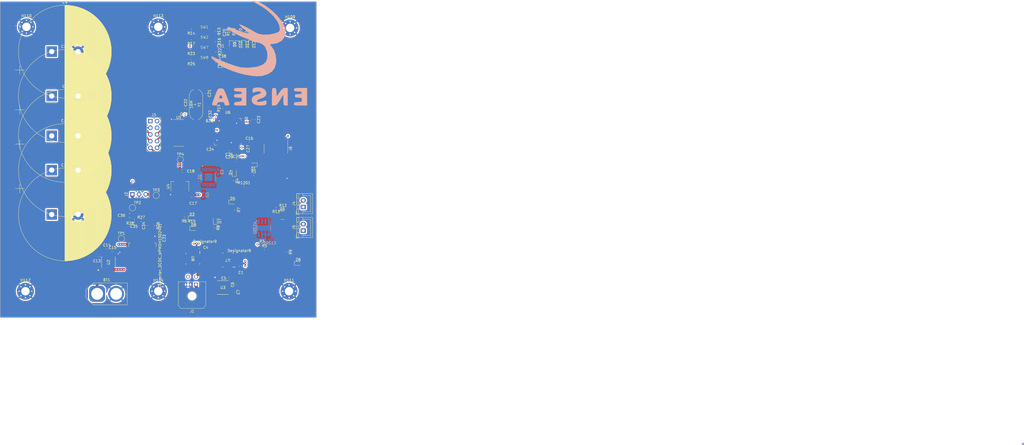
<source format=kicad_pcb>
(kicad_pcb (version 20240108) (generator "pcbnew") (generator_version "8.0")
  (layers (0 "F.Cu" signal) (1 "In1.Cu" signal) (2 "In2.Cu" signal) (31 "B.Cu" signal) (34 "B.Paste" user) (35 "F.Paste" user) (36 "B.SilkS" user "B.Silkscreen") (37 "F.SilkS" user "F.Silkscreen") (38 "B.Mask" user) (39 "F.Mask" user) (44 "Edge.Cuts" user))
  (net 0 "")
  (net 1 "+3.3V")
  (net 2 "GND")
  (net 3 "/Imes_mot")
  (net 4 "/Uref_mot")
  (net 5 "VBUS")
  (net 6 "/Imes_vbus")
  (net 7 "/Uref_vbus")
  (net 8 "/VBus_Sense")
  (net 9 "+5V")
  (net 10 "/MCU_STM32G475/USR_BTN_2")
  (net 11 "Net-(U6-PF0)")
  (net 12 "Net-(U6-PF1)")
  (net 13 "+3.3VA")
  (net 14 "/MCU_STM32G475/USR_BTN_1")
  (net 15 "/MCU_STM32G475/NRST")
  (net 16 "/MCU_STM32G475/USR_BTN_3")
  (net 17 "Net-(D1-K)")
  (net 18 "/In_A_H")
  (net 19 "Net-(D3-K)")
  (net 20 "Net-(D4-K)")
  (net 21 "/In_A_L")
  (net 22 "Net-(D5-K)")
  (net 23 "/In_B_H")
  (net 24 "Net-(D6-K)")
  (net 25 "/In_B_L")
  (net 26 "Net-(D7-K)")
  (net 27 "Net-(D8-K)")
  (net 28 "Net-(D9-K)")
  (net 29 "/MCU_STM32G475/USR_LED_1")
  (net 30 "/MCU_STM32G475/USR_LED_2")
  (net 31 "Net-(D10-K)")
  (net 32 "/MCU_STM32G475/USR_LED_3")
  (net 33 "Net-(D11-K)")
  (net 34 "Net-(D12-K)")
  (net 35 "/MCU_STM32G475/USR_LED_4")
  (net 36 "/ARM_OUT_A")
  (net 38 "/ARM_B")
  (net 39 "Net-(J4-Pin_2)")
  (net 42 "/MCU_STM32G475/SWO")
  (net 45 "/MCU_STM32G475/SWDIO")
  (net 46 "/MCU_STM32G475/VCP_TX")
  (net 47 "/MCU_STM32G475/VCP_RX")
  (net 48 "/MCU_STM32G475/SWCLK")
  (net 49 "Net-(Q5-G)")
  (net 50 "/PWM_FAN")
  (net 51 "Net-(U6-PB8)")
  (net 52 "Net-(U1201-VDD)")
  (net 53 "Net-(R13-Pad1)")
  (net 54 "Net-(R16-Pad1)")
  (net 55 "Net-(R22-Pad1)")
  (net 56 "Net-(R24-Pad1)")
  (net 57 "Net-(BT1-+)")
  (net 60 "/ENC_B")
  (net 61 "/ENC_C")
  (net 63 "/{slash}A")
  (net 64 "/{slash}Z")
  (net 65 "/{slash}B")
  (net 67 "/Z")
  (net 68 "/A")
  (net 69 "/ENC_A")
  (net 70 "/B")
  (net 78 "/Pwr_EN")
  (net 82 "/I2C_SCL")
  (net 94 "/I2C_SDA")
  (net 97 "Net-(U1-BHB)")
  (net 98 "/ARM_IN_A")
  (net 99 "Net-(U1-AHB)")
  (net 100 "Net-(Converter_DCDC_WPMDH1302401-SS)")
  (net 101 "+7.5V")
  (net 102 "Net-(Converter_DCDC_WPMDH1302401-FB)")
  (net 103 "Net-(Converter_DCDC_WPMDH1302401-RON)")
  (net 106 "/Cmd_L_A")
  (net 108 "/Cmd_H_A")
  (net 109 "/Cmd_H_B")
  (net 111 "/Cmd_L_B")
  (footprint "Capacitor_SMD:C_0402_1005Metric" (layer "F.Cu") (at 186.9 107.9 180)
    (property "Reference" "C29")
    (property "Value" "100n")
  )
  (footprint "Capacitor_THT:CP_Radial_D35.0mm_P10.00mm_SnapIn" (layer "F.Cu") (at 119.570501 130.856)
    (property "Reference" "C12")
    (property "Value" "1.5m")
  )
  (footprint "Resistor_SMD:R_0402_1005Metric" (layer "F.Cu") (at 189.87 61.5 90)
    (property "Reference" "R19")
    (property "Value" "390")
  )
  (footprint "Resistor_SMD:R_0402_1005Metric" (layer "F.Cu") (at 192.51 120)
    (property "Reference" "R1201")
    (property "Value" "200")
  )
  (footprint "Resistor_SMD:R_0402_1005Metric" (layer "F.Cu") (at 172.5 68.6 180)
    (property "Reference" "R23")
    (property "Value" "10k")
  )
  (footprint "Resistor_SMD:R_0402_1005Metric" (layer "F.Cu") (at 199.31 142.2)
    (property "Reference" "R3")
    (property "Value" "100k")
  )
  (footprint "Capacitor_SMD:C_0805_2012Metric" (layer "F.Cu") (at 149.1 131.2 180)
    (property "Reference" "C36")
    (property "Value" "47u")
  )
  (footprint "Capacitor_SMD:C_0402_1005Metric" (layer "F.Cu") (at 186.8 154.9 180)
    (property "Reference" "C5")
    (property "Value" "4.7n")
  )
  (footprint "Capacitor_SMD:C_0402_1005Metric" (layer "F.Cu") (at 183.4 61.8 180)
    (property "Reference" "C20")
    (property "Value" "10n")
  )
  (footprint "Resistor_SMD:R_0402_1005Metric" (layer "F.Cu") (at 182.2 69.09 -90)
    (property "Reference" "R22")
    (property "Value" "10k")
  )
  (footprint "LED_SMD:LED_0603_1608Metric" (layer "F.Cu") (at 173.3875 136.2)
    (property "Reference" "D8")
    (property "Value" "Red LED")
  )
  (footprint "Inductor_SMD:L_0603_1608Metric" (layer "F.Cu") (at 189.6 108.5 180)
    (property "Reference" "L1")
    (property "Value" "39n")
  )
  (footprint "Resistor_SMD:R_0402_1005Metric" (layer "F.Cu") (at 182 65.2 -90)
    (property "Reference" "R16")
    (property "Value" "10k")
  )
  (footprint "Resistor_SMD:R_0402_1005Metric" (layer "F.Cu") (at 194.87 61.5 90)
    (property "Reference" "R21")
    (property "Value" "390")
  )
  (footprint "LED_SMD:LED_0603_1608Metric" (layer "F.Cu") (at 188.8 114.8875 90)
    (property "Reference" "D4")
    (property "Value" "Red LED")
  )
  (footprint "Capacitor_SMD:C_0603_1608Metric_Pad1.08x0.95mm_HandSolder" (layer "F.Cu") (at 191.2 150.4375 -90)
    (property "Reference" "C1")
    (property "Value" "10u")
  )
  (footprint "Connector_PinHeader_1.27mm:PinHeader_2x07_P1.27mm_Vertical_SMD" (layer "F.Cu") (at 204.625 105.805 -90)
    (property "Reference" "J6")
    (property "Value" "Conn_ST_STDC14")
  )
  (footprint "Resistor_SMD:R_0402_1005Metric" (layer "F.Cu") (at 192.37 61.5 90)
    (property "Reference" "R20")
    (property "Value" "390")
  )
  (footprint "MountingHole:MountingHole_3.2mm_M3_Pad_Via" (layer "F.Cu") (at 110 59.6)
    (property "Reference" "H110")
    (property "Value" "MountingHole_Pad")
  )
  (footprint "Resistor_SMD:R_0402_1005Metric" (layer "F.Cu") (at 172.51 72.5 180)
    (property "Reference" "R25")
    (property "Value" "10k")
  )
  (footprint "Resistor_SMD:R_0402_1005Metric" (layer "F.Cu") (at 188.8 118.1 -90)
    (property "Reference" "R4")
    (property "Value" "390")
  )
  (footprint "LED_SMD:LED_0603_1608Metric" (layer "F.Cu") (at 189.87 66.2875 -90)
    (property "Reference" "D10")
    (property "Value" "Blue LED")
  )
  (footprint "Custom:SOIC8-GO-SME&slash_SP3_LEM" (layer "F.Cu") (at 184.5 158.6)
    (property "Reference" "U3")
    (property "Value" "GO 10-SME/SP3")
  )
  (footprint "Resistor_SMD:R_0402_1005Metric" (layer "F.Cu") (at 150.89 133.1)
    (property "Reference" "R28")
    (property "Value" "34k")
  )
  (footprint "MountingHole:MountingHole_3.2mm_M3_Pad_Via" (layer "F.Cu") (at 160 59.6)
    (property "Reference" "H113")
    (property "Value" "MountingHole_Pad")
  )
  (footprint "Custom:435451019820" (layer "F.Cu") (at 177.5 65.55)
    (property "Reference" "SW2")
    (property "Value" "SW_Push")
  )
  (footprint "Connector_PinHeader_2.54mm:PinHeader_1x03_P2.54mm_Vertical" (layer "F.Cu") (at 150.16 123.2 90)
    (property "Reference" "J2")
    (property "Value" "173010542")
  )
  (footprint "Resistor_SMD:R_0402_1005Metric" (layer "F.Cu") (at 187.67 61.6 90)
    (property "Reference" "R18")
    (property "Value" "390")
  )
  (footprint "LED_SMD:LED_0603_1608Metric" (layer "F.Cu") (at 192.39 66.2125 -90)
    (property "Reference" "D11")
    (property "Value" "Blue LED")
  )
  (footprint "Resistor_SMD:R_0402_1005Metric" (layer "F.Cu") (at 172.5 64.8 180)
    (property "Reference" "R17")
    (property "Value" "10k")
  )
  (footprint "Connector_JST:JST_XH_B2B-XH-A_1x02_P2.50mm_Vertical" (layer "F.Cu") (at 215 128 90)
    (property "Reference" "J4")
    (property "Value" "Conn_01x02")
  )
  (footprint "Capacitor_SMD:C_0402_1005Metric" (layer "F.Cu") (at 170.4 90.7 -90)
    (property "Reference" "C22")
    (property "Value" "22p")
  )
  (footprint "LED_SMD:LED_0603_1608Metric" (layer "F.Cu") (at 213.1125 149.4)
    (property "Reference" "D6")
    (property "Value" "Red LED")
  )
  (footprint "LED_SMD:LED_0603_1608Metric" (layer "F.Cu") (at 188.1875 126.2)
    (property "Reference" "D5")
    (property "Value" "Red LED")
  )
  (footprint "Resistor_SMD:R_0402_1005Metric" (layer "F.Cu") (at 153.5 133.1)
    (property "Reference" "R27")
    (property "Value" "1.91k")
  )
  (footprint "Package_TO_SOT_SMD:SOT-23" (layer "F.Cu") (at 207.0625 131.2)
    (property "Reference" "Q5")
    (property "Value" "SQ2310ES")
  )
  (footprint "Capacitor_SMD:C_0603_1608Metric_Pad1.08x0.95mm_HandSolder" (layer "F.Cu") (at 173.2 124.2 -90)
    (property "Reference" "C17")
    (property "Value" "10u")
  )
  (footprint "Resistor_SMD:R_0402_1005Metric" (layer "F.Cu") (at 207.28 128.6)
    (property "Reference" "R12")
    (property "Value" "10k")
  )
  (footprint "Resistor_SMD:R_0402_1005Metric" (layer "F.Cu") (at 184.1 90.5 90)
    (property "Reference" "R15")
    (property "Value" "10k")
  )
  (footprint "Connector_Molex:Molex_Micro-Fit_3.0_43045-0400_2x02_P3.00mm_Horizontal" (layer "F.Cu") (at 174.3 157.48 180)
    (property "Reference" "J1")
    (property "Value" "Conn_02x02_Top_Bottom")
  )
  (footprint "Custom:435451019820" (layer "F.Cu") (at 177.5 61.7)
    (property "Reference" "SW1")
    (property "Value" "SW_Push")
  )
  (footprint "Resistor_SMD:R_0402_1005Metric" (layer "F.Cu") (at 181.6 135.9 -90)
    (property "Reference" "R8")
    (property "Value" "390")
  )
  (footprint "MountingHole:MountingHole_3.2mm_M3_Pad_Via" (layer "F.Cu") (at 210 60)
    (property "Reference" "H109")
    (property "Value" "MountingHole_Pad")
  )
  (footprint "TestPoint:TestPoint_Pad_D2.0mm" (layer "F.Cu") (at 159.2 123.6)
    (property "Reference" "TP3")
    (property "Value" "TestPoint")
  )
  (footprint "Capacitor_THT:CP_Radial_D35.0mm_P10.00mm_SnapIn" (layer "F.Cu") (at 119.569501 69)
    (property "Reference" "C9")
    (property "Value" "1.5m")
  )
  (footprint "Capacitor_SMD:C_0603_1608Metric_Pad1.08x0.95mm_HandSolder" (layer "F.Cu") (at 160.8 139.8625 -90)
    (property "Reference" "C33")
    (property "Value" "10u")
  )
  (footprint "TestPoint:TestPoint_Pad_D2.0mm" (layer "F.Cu") (at 150.2 128.3 180)
    (property "Reference" "TP2")
    (property "Value" "TestPoint")
  )
  (footprint "Resistor_SMD:R_0402_1005Metric" (layer "F.Cu") (at 196.2 115.7)
    (property "Reference" "R1")
    (property "Value" "390")
  )
  (footprint "Package_QFP:LQFP-64_10x10mm_P0.5mm" (layer "F.Cu") (at 186.375 99.48)
    (property "Reference" "U6")
    (property "Value" "STM32G474RETx")
  )
  (footprint "Package_TO_SOT_SMD:SOT-223-3_TabPin2" (layer "F.Cu") (at 168.2 120.2 90)
    (property "Reference" "U4")
    (property "Value" "AZ1117-3.3")
  )
  (footprint "Capacitor_SMD:C_0402_1005Metric" (layer "F.Cu") (at 183.6 65.7 180)
    (property "Reference" "C31")
    (property "Value" "10n")
  )
  (footprint "Capacitor_SMD:C_0402_1005Metric" (layer "F.Cu") (at 179.7 105 180)
    (property "Reference" "C24")
    (property "Value" "100n")
  )
  (footprint "Custom:435451019820" (layer "F.Cu") (at 177.5 69.4)
    (property "Reference" "SW7")
    (property "Value" "SW_Push")
  )
  (footprint "MountingHole:MountingHole_3.2mm_M3_Pad_Via" (layer "F.Cu") (at 209.6 160)
    (property "Reference" "H111")
    (property "Value" "MountingHole_Pad")
  )
  (footprint "Resistor_SMD:R_0402_1005Metric" (layer "F.Cu") (at 169.9 132.2 180)
    (property "Reference" "R6")
    (property "Value" "2k7")
  )
  (footprint "LED_SMD:LED_0603_1608Metric" (layer "F.Cu") (at 196.1 112 180)
    (property "Reference" "D1")
    (property "Value" "Red LED")
  )
  (footprint "CSD87351Q5D:DQY0008A" (layer "F.Cu") (at 186.3924 148.195 180)
    (property "Reference" "U7")
    (property "Value" "CSD86350Q5D")
  )
  (footprint "Capacitor_SMD:C_0402_1005Metric" (layer "F.Cu") (at 189.3 157.5 90)
    (property "Reference" "C6")
    (property "Value" "4.7n")
  )
  (footprint "Capacitor_SMD:C_0402_1005Metric" (layer "F.Cu") (at 140.7 143.95 90)
    (property "Reference" "C14")
    (property "Value" "4.7n")
  )
  (footprint "Capacitor_THT:CP_Radial_D35.0mm_P10.00mm_SnapIn" (layer "F.Cu") (at 119.570501 85.856)
    (property "Reference" "C11")
    (property "Value" "1.5m")
  )
  (footprint "Custom:435451019820" (layer "F.Cu") (at 177.5 73.25)
    (property "Reference" "SW8")
    (property "Value" "SW_Push")
  )
  (footprint "Package_TO_SOT_SMD:TO-263-7_TabPin8" (layer "F.Cu") (at 153.975 146.525 -90)
    (property "Reference" "Converter_DCDC_WPMDH1302401")
    (property "Value" "~")
  )
  (footprint "Connector_AMASS:AMASS_XT60-F_1x02_P7.20mm_Vertical" (layer "F.Cu") (at 136.8 161)
    (property "Reference" "BT1")
    (property "Value" "Battery")
  )
  (footprint "Capacitor_SMD:C_0402_1005Metric" (layer "F.Cu") (at 186.9 106.9 180)
    (property "Reference" "C26")
    (property "Value" "100n")
  )
  (footprint "Resistor_SMD:R_0402_1005Metric" (layer "F.Cu") (at 200.3 143.9)
    (property "Reference" "R5")
    (property "Value" "8.2K")
  )
  (footprint "LED_SMD:LED_0603_1608Metric" (layer "F.Cu") (at 181.6 133.1 90)
    (property "Reference" "D7")
    (property "Value" "Red LED")
  )
  (footprint "MountingHole:MountingHole_3.2mm_M3_Pad_Via" (layer "F.Cu") (at 109.6 160)
    (property "Reference" "H112")
    (property "Value" "MountingHole_Pad")
  )
  (footprint "LED_SMD:LED_0603_1608Metric" (layer "F.Cu") (at 172.7875 132.2)
    (property "Reference" "D3")
    (property "Value" "Red LED")
  )
  (footprint "Resistor_SMD:R_0402_1005Metric" (layer "F.Cu") (at 204.69 128.6 180)
    (property "Reference" "R11")
    (property "Value" "22")
  )
  (footprint "Custom:ABLS-7.3728MHZ-CL-RESR-A-1-G-F" (layer "F.Cu") (at 174.3 89.1 90)
    (property "Reference" "Y1")
    (property "Value" "16M")
  )
  (footprint "CSD87351Q5D:DQY0008A" (layer "F.Cu") (at 173.1 147.6 -90)
    (property "Reference" "U8")
    (property "Value" "CSD86350Q5D")
  )
  (footprint "Custom:SOIC8-GO-SME&slash_SP3_LEM" (layer "F.Cu") (at 141.095 149 90)
    (property "Reference" "U2")
    (property "Value" "GO 10-SME/SP3")
  )
  (footprint "Capacitor_THT:CP_Radial_D35.0mm_P10.00mm_SnapIn" (layer "F.Cu") (at 119.569501 114)
    (property "Reference" "C10")
    (property "Value" "1.5m")
  )
  (footprint "Connector_JST:JST_XH_B2B-XH-A_1x02_P2.50mm_Vertical" (layer "F.Cu") (at 215 137 90)
    (property "Reference" "J5")
    (property "Value" "Conn_01x02")
  )
  (footprint "Capacitor_SMD:C_0402_1005Metric" (layer "F.Cu") (at 183.9 73.5 180)
    (property "Reference" "C39")
    (property "Value" "10n")
  )
  (footprint "TestPoint:TestPoint_Pad_D2.0mm" (layer "F.Cu") (at 168.4 110)
    (property "Reference" "TP4")
    (property "Value" "TestPoint")
  )
  (footprint "Package_SO:SOIC-16_3.9x9.9mm_P1.27mm" (layer "F.Cu") (at 167.725 99.905)
    (property "Reference" "U5")
    (property "Value" "MAX3097ECSE+")
  )
  (footprint "Capacitor_SMD:C_0402_1005Metric" (layer "F.Cu") (at 150.92 134.3)
    (property "Reference" "C35")
    (property "Value" "22nF")
  )
  (footprint "Capacitor_SMD:C_0402_1005Metric" (layer "F.Cu") (at 184.3 69.6 180)
    (property "Reference" "C38")
    (property "Value" "10n")
  )
  (footprint "Capacitor_SMD:C_0402_1005Metric" (layer "F.Cu") (at 194.6 95.2 90)
    (property "Reference" "C30")
    (property "Value" "100n")
  )
  (footprint "Capacitor_SMD:C_0402_1005Metric" (layer "F.Cu") (at 169.7 94 180)
    (property "Reference" "C19")
    (property "Value" "100n")
  )
  (footprint "Resistor_SMD:R_0402_1005Metric" (layer "F.Cu") (at 189.4 129.09 -90)
    (property "Reference" "R7")
    (property "Value" "390")
  )
  (footprint "Capacitor_SMD:C_0402_1005Metric" (layer "F.Cu") (at 178.2 84.82 90)
    (property "Reference" "C21")
    (property "Value" "22p")
  )
  (footprint "MountingHole:MountingHole_3.2mm_M3_Pad_Via" (layer "F.Cu") (at 160 160)
    (property "Reference" "H114")
    (property "Value" "MountingHole_Pad")
  )
  (footprint "Capacitor_SMD:C_0402_1005Metric" (layer "F.Cu") (at 179.4 94.1 180)
    (property "Reference" "C28")
    (property "Value" "100n")
  )
  (footprint "Resistor_SMD:R_0402_1005Metric" (layer "F.Cu") (at 181.9 61.3 -90)
    (property "Reference" "R13")
    (property "Value" "10k")
  )
  (footprint "LED_SMD:LED_0603_1608Metric" (layer "F.Cu") (at 187.67 66.3 -90)
    (property "Reference" "D9")
    (property "Value" "Blue LED")
  )
  (footprint "Resistor_SMD:R_0402_1005Metric" (layer "F.Cu") (at 172.6775 134.6)
    (property "Reference" "R10")
    (property "Value" "390")
  )
  (footprint "Resistor_SMD:R_0402_1005Metric" (layer "F.Cu") (at 158.8 135.1 90)
    (property "Reference" "R26")
    (property "Value" "287k")
  )
  (footprint "Capacitor_SMD:C_0402_1005Metric" (layer "F.Cu") (at 180.8 92.72 90)
    (property "Reference" "C32")
    (property "Value" "100n")
  )
  (footprint "Capacitor_SMD:C_0402_1005Metric" (layer "F.Cu") (at 192.9 105.9 -90)
    (property "Reference" "C27")
    (property "Value" "100n")
  )
  (footprint "LED_SMD:LED_0603_1608Metric" (layer "F.Cu") (at 194.9 66.2125 -90)
    (property "Reference" "D12")
    (property "Value" "Blue LED")
  )
  (footprint "Capacitor_SMD:C_0402_1005Metric" (layer "F.Cu") (at 142.5 144.55)
    (property "Reference" "C15")
    (property "Value" "4.7n")
  )
  (footprint "TestPoint:TestPoint_Pad_D2.0mm" (layer "F.Cu") (at 146 140)
    (property "Reference" "TP1")
    (property "Value" "TestPoint")
  )
  (footprint "Capacitor_SMD:C_0603_1608Metric_Pad1.08x0.95mm_HandSolder" (layer "F.Cu") (at 175.4 143.3)
    (property "Reference" "C4")
    (property "Value" "10u")
  )
  (footprint "Capacitor_SMD:C_0402_1005Metric" (layer "F.Cu") (at 194.52 103.1)
    (property "Reference" "C16")
    (property "Value" "10n")
  )
  (footprint "Connector_PinHeader_2.54mm:PinHeader_2x05_P2.54mm_Vertical" (layer "F.Cu") (at 156.985 95.385)
    (property "Reference" "J3")
    (property "Value" "Conn_02x05_Odd_Even")
  )
  (footprint "Capacitor_SMD:C_0402_1005Metric" (layer "F.Cu") (at 189.2 160.32 -90)
    (property "Reference" "C7")
    (property "Value" "4.7n")
  )
  (footprint "Capacitor_SMD:C_0603_1608Metric_Pad1.08x0.95mm_HandSolder" (layer "F.Cu") (at 169.1 114.4)
    (property "Reference" "C18")
    (property "Value" "22u")
  )
  (footprint "Capacitor_SMD:C_0603_1608Metric_Pad1.08x0.95mm_HandSolder" (layer "F.Cu") (at 196.2 94.7375 90)
    (property "Reference" "C23")
    (property "Value" "10u")
  )
  (footprint "Capacitor_SMD:C_0402_1005Metric_Pad0.74x0.62mm_HandSolder" (layer "F.Cu") (at 155.6 135.1 90)
    (property "Reference" "C34")
    (property "Value" "4.7nF")
  )
  (footprint "Capacitor_THT:CP_Radial_D35.0mm_P10.00mm_SnapIn" (layer "F.Cu") (at 119.569501 101)
    (property "Reference" "C8")
    (property "Value" "1.5m")
  )
  (footprint "Resistor_SMD:R_0402_1005Metric" (layer "F.Cu") (at 182.1 73 -90)
    (property "Reference" "R24")
    (property "Value" "10k")
  )
  (footprint "Resistor_SMD:R_0402_1005Metric" (layer "F.Cu") (at 209.025 145.15 -90)
    (property "Reference" "R9")
    (property "Value" "680")
  )
  (footprint "Capacitor_SMD:C_0402_1005Metric" (layer "F.Cu") (at 137.5 146.8 -90)
    (property "Reference" "C13")
    (property "Value" "4.7n")
  )
  (footprint "Capacitor_SMD:C_0603_1608Metric_Pad1.08x0.95mm_HandSolder" (layer "F.Cu") (at 189.7 110.3)
    (property "Reference" "C25")
    (property "Value" "1u")
  )
  (footprint "Resistor_SMD:R_0402_1005Metric" (layer "F.Cu") (at 172.51 60.9 180)
    (property "Reference" "R14")
    (property "Value" "10k")
  )
  (footprint "Package_SO:SOIC-8_3.9x4.9mm_P1.27mm" (layer "B.Cu") (at 200 136 -90)
    (property "Reference" "U1201")
    (property "Value" "TCN75A")
  )
  (footprint "Capacitor_SMD:C_0402_1005Metric" (layer "B.Cu") (at 202.3 140.5)
    (property "Reference" "C1201")
    (property "Value" "100n")
  )
  (footprint "Capacitor_SMD:C_0603_1608Metric_Pad1.08x0.95mm_HandSolder" (layer "B.Cu") (at 182.7 114.7 90)
    (property "Reference" "C3")
    (property "Value" "1u")
  )
  (footprint "LOGO" (layer "B.Cu") (at 200.084221 69.430779 180)
    (property "Reference" "G***" (hide yes))
    (property "Value" "LOGO" (hide yes))
  )
  (footprint "Package_SO:TSSOP-16-1EP_4.4x5mm_P0.65mm_EP3x3mm" (layer "B.Cu") (at 179.05 116.65 -90)
    (property "Reference" "U1")
    (property "Value" "MIC4606")
  )
  (footprint "Capacitor_SMD:C_0603_1608Metric_Pad1.08x0.95mm_HandSolder" (layer "B.Cu") (at 177.1 123.4 90)
    (property "Reference" "C2")
    (property "Value" "1u")
  )
  (gr_rect (start 100 50) (end 220 170) (stroke (width 0.1)) (fill none) (layer "Edge.Cuts"))
  (via (at 488 218) (size 0.8) (drill 0.4) (layers "F.Cu" "B.Cu") (net 0))
  (segment (start 190.39 105.42) (end 191.68 105.42) (width 0.25) (layer "F.Cu") (net 1))
  (segment (start 171.99 68.6) (end 171.99 64.8) (width 0.2) (layer "F.Cu") (net 1))
  (segment (start 191.7 108.7) (end 190.5875 108.7) (width 0.25) (layer "F.Cu") (net 1))
  (segment (start 172 72.5) (end 172 68.61) (width 0.2) (layer "F.Cu") (net 1))
  (segment (start 207.165 103.855) (end 207.165 103.025) (width 0.25) (layer "F.Cu") (net 1))
  (segment (start 180.8 93.2) (end 181.8 93.2) (width 0.25) (layer "F.Cu") (net 1))
  (segment (start 187.28 154.9) (end 187.28 156.63915) (width 0.25) (layer "F.Cu") (net 1))
  (segment (start 170.2 93.1) (end 170 92.9) (width 0.2) (layer "F.Cu") (net 1))
  (segment (start 191.7 105.4) (end 191.72 105.42) (width 0.25) (layer "F.Cu") (net 1))
  (segment (start 207.165 103.025) (end 209.09 101.1) (width 0.25) (layer "F.Cu") (net 1))
  (segment (start 192.6 108.7) (end 191.7 108.7) (width 0.25) (layer "F.Cu") (net 1))
  (segment (start 180.7 94.8) (end 180.7 94.9) (width 0.25) (layer "F.Cu") (net 1))
  (segment (start 191.72 105.42) (end 192.9 105.42) (width 0.25) (layer "F.Cu") (net 1))
  (segment (start 191.68 105.42) (end 191.7 105.4) (width 0.25) (layer "F.Cu") (net 1))
  (segment (start 209.2 101.1) (end 209.3 101.1) (width 0.25) (layer "F.Cu") (net 1))
  (segment (start 180.18 103.72) (end 180.18 105) (width 0.25) (layer "F.Cu") (net 1))
  (segment (start 168.15 111.75) (end 168.2 111.7) (width 1) (layer "F.Cu") (net 1))
  (segment (start 168.2 123.35) (end 168.2 117.05) (width 1) (layer "F.Cu") (net 1))
  (segment (start 193.63 95.73) (end 196.07 95.73) (width 0.25) (layer "F.Cu") (net 1))
  (segment (start 168.2 111.7) (end 168.15 111.65) (width 1) (layer "F.Cu") (net 1))
  (segment (start 139.19 129.21) (end 150.2 118.2) (width 0.25) (layer "F.Cu") (net 1))
  (segment (start 168.15 112.65) (end 168.2 112.6) (width 1) (layer "F.Cu") (net 1))
  (segment (start 139.14585 146.32) (end 139.19 146.27585) (width 0.25) (layer "F.Cu") (net 1))
  (segment (start 168.15 117) (end 168.15 112.65) (width 1) (layer "F.Cu") (net 1))
  (segment (start 187.28 156.63915) (end 187.22415 156.695) (width 0.25) (layer "F.Cu") (net 1))
  (segment (start 193.6 95.7) (end 193.63 95.73) (width 0.25) (layer "F.Cu") (net 1))
  (segment (start 180.7 94.9) (end 180.7 94.9) (width 0.25) (layer "F.Cu") (net 1))
  (segment (start 168.15 110.25) (end 168.4 110) (width 1) (layer "F.Cu") (net 1))
  (segment (start 209.09 101.1) (end 209.2 101.1) (width 0.25) (layer "F.Cu") (net 1))
  (segment (start 171.99 66.9) (end 171.99 64.8) (width 0.2) (layer "F.Cu") (net 1))
  (segment (start 179.9 94.1) (end 180.6 94.8) (width 0.25) (layer "F.Cu") (net 1))
  (segment (start 180.6 94.8) (end 180.7 94.8) (width 0.25) (layer "F.Cu") (net 1))
  (segment (start 179.88 94.1) (end 179.9 94.1) (width 0.25) (layer "F.Cu") (net 1))
  (segment (start 171.99 66.9) (end 172 66.89) (width 0.2) (layer "F.Cu") (net 1))
  (segment (start 170.2 95.46) (end 170.2 93.1) (width 0.2) (layer "F.Cu") (net 1))
  (segment (start 170 92.9) (end 169.9 92.9) (width 0.2) (layer "F.Cu") (net 1))
  (segment (start 196.07 95.73) (end 196.2 95.6) (width 0.25) (layer "F.Cu") (net 1))
  (segment (start 172 66.89) (end 172 60.9) (width 0.2) (layer "F.Cu") (net 1))
  (segment (start 190.5875 108.7) (end 190.3875 108.5) (width 0.25) (layer "F.Cu") (net 1))
  (segment (start 172 68.61) (end 171.99 68.6) (width 0.2) (layer "F.Cu") (net 1))
  (segment (start 180.67 103.23) (end 180.18 103.72) (width 0.25) (layer "F.Cu") (net 1))
  (segment (start 192.05 95.73) (end 193.57 95.73) (width 0.25) (layer "F.Cu") (net 1))
  (segment (start 168.15 112.55) (end 168.15 111.75) (width 1) (layer "F.Cu") (net 1))
  (segment (start 193.57 95.73) (end 193.6 95.7) (width 0.25) (layer "F.Cu") (net 1))
  (segment (start 181.8 93.2) (end 182.02 93.2) (width 0.25) (layer "F.Cu") (net 1))
  (segment (start 137.5 146.32) (end 139.14585 146.32) (width 0.25) (layer "F.Cu") (net 1))
  (segment (start 180.7 94.9) (end 180.7 95.73) (width 0.25) (layer "F.Cu") (net 1))
  (segment (start 182.02 93.2) (end 182.625 93.805) (width 0.25) (layer "F.Cu") (net 1))
  (segment (start 190.125 105.155) (end 190.39 105.42) (width 0.25) (layer "F.Cu") (net 1))
  (segment (start 168.2 112.6) (end 168.15 112.55) (width 1) (layer "F.Cu") (net 1))
  (segment (start 168.15 111.65) (end 168.15 110.25) (width 1) (layer "F.Cu") (net 1))
  (segment (start 180.7 103.23) (end 180.67 103.23) (width 0.25) (layer "F.Cu") (net 1))
  (segment (start 139.19 146.27585) (end 139.19 129.21) (width 0.25) (layer "F.Cu") (net 1))
  (via (at 192.6 108.7) (size 0.8) (drill 0.4) (layers "F.Cu" "B.Cu") (net 1))
  (via (at 171.99 66.9) (size 0.8) (drill 0.4) (layers "F.Cu" "B.Cu") (net 1))
  (via (at 168.2 111.7) (size 0.8) (drill 0.4) (layers "F.Cu" "B.Cu") (net 1))
  (via (at 193.6 95.7) (size 0.8) (drill 0.4) (layers "F.Cu" "B.Cu") (net 1))
  (via (at 191.7 105.4) (size 0.8) (drill 0.4) (layers "F.Cu" "B.Cu") (net 1))
  (via (at 181.8 93.2) (size 0.8) (drill 0.4) (layers "F.Cu" "B.Cu") (net 1))
  (via (at 150.2 118.2) (size 0.8) (drill 0.4) (layers "F.Cu" "B.Cu") (net 1))
  (via (at 170 92.9) (size 0.8) (drill 0.4) (layers "F.Cu" "B.Cu") (net 1))
  (via (at 209.2 101.1) (size 0.8) (drill 0.4) (layers "F.Cu" "B.Cu") (net 1))
  (via (at 180.7 94.8) (size 0.8) (drill 0.4) (layers "F.Cu" "B.Cu") (net 1))
  (via (at 208.9 117.1) (size 0.8) (drill 0.4) (layers "F.Cu" "B.Cu") (net 1))
  (via (at 191.7 108.7) (size 0.8) (drill 0.4) (layers "F.Cu" "B.Cu") (net 1))
  (via (at 168.2 112.6) (size 0.8) (drill 0.4) (layers "F.Cu" "B.Cu") (net 1))
  (segment (start 201.82 140.52) (end 201.82 140.5) (width 0.2) (layer "B.Cu") (net 1))
  (segment (start 211.3 125.1) (end 211.3 137) (width 0.2) (layer "B.Cu") (net 1))
  (segment (start 211.3 137) (end 206.7 141.6) (width 0.2) (layer "B.Cu") (net 1))
  (segment (start 208.9 117.1) (end 208.9 122.7) (width 0.2) (layer "B.Cu") (net 1))
  (segment (start 202.9 141.6) (end 201.82 140.52) (width 0.2) (layer "B.Cu") (net 1))
  (segment (start 208.9 122.7) (end 211.3 125.1) (width 0.2) (layer "B.Cu") (net 1))
  (segment (start 206.7 141.6) (end 202.9 141.6) (width 0.2) (layer "B.Cu") (net 1))
  (segment (start 189.73 96.23) (end 189.7 96.2) (width 0.25) (layer "F.Cu") (net 2))
  (segment (start 180.7 102.73) (end 182.27 102.73) (width 0.25) (layer "F.Cu") (net 2))
  (segment (start 192.05 96.23) (end 189.73 96.23) (width 0.25) (layer "F.Cu") (net 2))
  (segment (start 187.625 103.675) (end 187.7 103.6) (width 0.25) (layer "F.Cu") (net 2))
  (segment (start 183.125 93.805) (end 183.125 95.275) (width 0.25) (layer "F.Cu") (net 2))
  (segment (start 187.625 105.155) (end 187.625 103.675) (width 0.25) (layer "F.Cu") (net 2))
  (segment (start 182.27 102.73) (end 182.3 102.7) (width 0.25) (layer "F.Cu") (net 2))
  (segment (start 144.32415 146.27585) (end 143 146.27585) (width 0.5) (layer "F.Cu") (net 2))
  (segment (start 189.625 105.155) (end 189.625 104.312236) (width 0.25) (layer "F.Cu") (net 2))
  (segment (start 145.401042 145.198958) (end 144.32415 146.27585) (width 0.5) (layer "F.Cu") (net 2))
  (segment (start 189.625 104.312236) (end 188.912764 103.6) (width 0.25) (layer "F.Cu") (net 2))
  (segment (start 188.912764 103.6) (end 187.7 103.6) (width 0.25) (layer "F.Cu") (net 2))
  (segment (start 183.125 95.275) (end 183.1 95.3) (width 0.25) (layer "F.Cu") (net 2))
  (via (at 145.401042 145.198958) (size 0.8) (drill 0.4) (layers "F.Cu" "B.Cu") (net 2))
  (via (at 182.3 102.7) (size 0.8) (drill 0.4) (layers "F.Cu" "B.Cu") (net 2))
  (via (at 183.1 95.3) (size 0.8) (drill 0.4) (layers "F.Cu" "B.Cu") (net 2))
  (via (at 187.7 103.6) (size 0.8) (drill 0.4) (layers "F.Cu" "B.Cu") (net 2))
  (via (at 189.7 96.2) (size 0.8) (drill 0.4) (layers "F.Cu" "B.Cu") (net 2))
  (via (at 144.8 145.8) (size 0.8) (drill 0.4) (layers "F.Cu" "B.Cu") (net 2))
  (segment (start 189.285 157.965) (end 189.3 157.98) (width 0.25) (layer "F.Cu") (net 3))
  (segment (start 187.22415 157.965) (end 189.285 157.965) (width 0.25) (layer "F.Cu") (net 3))
  (segment (start 188.595 159.235) (end 189.2 159.84) (width 0.25) (layer "F.Cu") (net 4))
  (segment (start 187.22415 159.235) (end 188.595 159.235) (width 0.25) (layer "F.Cu") (net 4))
  (segment (start 173.735 144.9076) (end 174.5 144.9076) (width 0.5) (layer "F.Cu") (net 5))
  (segment (start 189.0848 149.6) (end 189.0848 150.1) (width 0.5) (layer "F.Cu") (net 5))
  (segment (start 193 148.55) (end 193 149.45) (width 0.5) (layer "F.Cu") (net 5))
  (segment (start 189.1348 149.45) (end 189.0848 149.5) (width 0.5) (layer "F.Cu") (net 5))
  (segment (start 157.785 137.715) (end 157.785 138.875) (width 0.2) (layer "F.Cu") (net 5))
  (segment (start 146.92415 151.72415) (end 146.97585 151.72415) (width 1) (layer "F.Cu") (net 5))
  (segment (start 144.97585 151.72415) (end 145 151.7) (width 1) (layer "F.Cu") (net 5))
  (segment (start 146.97585 151.72415) (end 147 151.7) (width 1) (layer "F.Cu") (net 5))
  (segment (start 141.73 151.72415) (end 142.5 151.72415) (width 1) (layer "F.Cu") (net 5))
  (segment (start 144 151.7) (end 144.02415 151.72415) (width 1) (layer "F.Cu") (net 5))
  (segment (start 193 150.45) (end 193 148.55) (width 0.5) (layer "F.Cu") (net 5))
  (segment (start 174.3 144.9076) (end 174.5 144.9076) (width 0.5) (layer "F.Cu") (net 5))
  (segment (start 145 151.7) (end 145.02415 151.72415) (width 1) (layer "F.Cu") (net 5))
  (segment (start 160.8 139) (end 157.91 139) (width 1) (layer "F.Cu") (net 5))
  (segment (start 144.02415 151.72415) (end 144.97585 151.72415) (width 1) (layer "F.Cu") (net 5))
  (segment (start 155.245 141.455) (end 154.5 142.2) (width 1) (layer "F.Cu") (net 5))
  (segment (start 145.9 151.7) (end 145.92415 151.72415) (width 1) (layer "F.Cu") (net 5))
  (segment (start 146.87585 151.72415) (end 146.9 151.7) (width 1) (layer "F.Cu") (net 5))
  (segment (start 156.9 142.2) (end 154.5 142.2) (width 1) (layer "F.Cu") (net 5))
  (segment (start 146.9 151.7) (end 146.92415 151.72415) (width 1) (layer "F.Cu") (net 5))
  (segment (start 145.02415 151.72415) (end 145.87585 151.72415) (width 1) (layer "F.Cu") (net 5))
  (segment (start 145.87585 151.72415) (end 145.9 151.7) (width 1) (layer "F.Cu") (net 5))
  (segment (start 157.91 139) (end 157.785 138.875) (width 1) (layer "F.Cu") (net 5))
  (segment (start 143.97585 151.72415) (end 144 151.7) (width 1) (layer "F.Cu") (net 5))
  (segment (start 158.8 135.61) (end 158.8 136.7) (width 0.2) (layer "F.Cu") (net 5))
  (segment (start 154.5 142.2) (end 144.8 142.2) (width 1) (layer "F.Cu") (net 5))
  (segment (start 173.5 141.9) (end 175.4 141.9) (width 0.5) (layer "F.Cu") (net 5))
  (segment (start 198.8 142.2) (end 197.6 142.2) (width 0.25) (layer "F.Cu") (net 5))
  (segment (start 174.5 144.9076) (end 174.5 141.9) (width 0.5) (layer "F.Cu") (net 5))
  (segment (start 157.785 138.875) (end 157.785 141.315) (width 1) (layer "F.Cu") (net 5))
  (segment (start 145.92415 151.72415) (end 146.87585 151.72415) (width 1) (layer "F.Cu") (net 5))
  (segment (start 142.5 151.72415) (end 143 151.72415) (width 1) (layer "F.Cu") (net 5))
  (segment (start 157.785 141.315) (end 156.9 142.2) (width 1) (layer "F.Cu") (net 5))
  (segment (start 142.5 151.72415) (end 143.97585 151.72415) (width 1) (layer "F.Cu") (net 5))
  (segment (start 189.0848 150.1) (end 189.0848 148.83) (width 0.5) (layer "F.Cu") (net 5))
  (segment (start 174.5 144.9076) (end 175.005 144.9076) (width 0.5) (layer "F.Cu") (net 5))
  (segment (start 193 149.45) (end 189.1348 149.45) (width 0.5) (layer "F.Cu") (net 5))
  (segment (start 155.245 138.875) (end 155.245 141.455) (width 1) (layer "F.Cu") (net 5))
  (segment (start 158.8 136.7) (end 157.785 137.715) (width 0.2) (layer "F.Cu") (net 5))
  (via (at 146.6 142.2) (size 0.8) (drill 0.4) (layers "F.Cu" "B.Cu") (net 5))
  (via (at 193 150.45) (size 0.8) (drill 0.4) (layers "F.Cu" "B.Cu") (net 5))
  (via (at 145 151.7) (size 0.8) (drill 0.4) (layers "F.Cu" "B.Cu") (net 5))
  (via (at 197.6 142.2) (size 0.8) (drill 0.4) (layers "F.Cu" "B.Cu") (net 5))
  (via (at 193 149.45) (size 0.8) (drill 0.4) (layers "F.Cu" "B.Cu") (net 5))
  (via (at 144.8 142.2) (size 0.8) (drill 0.4) (layers "F.Cu" "B.Cu") (net 5))
  (via (at 174.5 141.9) (size 0.8) (drill 0.4) (layers "F.Cu" "B.Cu") (net 5))
  (via (at 146.9 151.7) (size 0.8) (drill 0.4) (layers "F.Cu" "B.Cu") (net 5))
  (via (at 175.4 141.9) (size 0.8) (drill 0.4) (layers "F.Cu" "B.Cu") (net 5))
  (via (at 147.4 142.2) (size 0.8) (drill 0.4) (layers "F.Cu" "B.Cu") (net 5))
  (via (at 173.5 141.9) (size 0.8) (drill 0.4) (layers "F.Cu" "B.Cu") (net 5))
  (via (at 144 151.7) (size 0.8) (drill 0.4) (layers "F.Cu" "B.Cu") (net 5))
  (via (at 193 148.55) (size 0.8) (drill 0.4) (layers "F.Cu" "B.Cu") (net 5))
  (via (at 145.9 151.7) (size 0.8) (drill 0.4) (layers "F.Cu" "B.Cu") (net 5))
  (via (at 145.7 142.2) (size 0.8) (drill 0.4) (layers "F.Cu" "B.Cu") (net 5))
  (segment (start 140.45 144.68) (end 140.45 146.26585) (width 0.25) (layer "F.Cu") (net 6))
  (segment (start 140.45 146.26585) (end 140.46 146.27585) (width 0.25) (layer "F.Cu") (net 6))
  (segment (start 140.7 144.43) (end 140.45 144.68) (width 0.25) (layer "F.Cu") (net 6))
  (segment (start 142.02 144.55) (end 141.7 144.87) (width 0.25) (layer "F.Cu") (net 7))
  (segment (start 141.7 144.87) (end 141.7 146.24585) (width 0.25) (layer "F.Cu") (net 7))
  (segment (start 141.7 146.24585) (end 141.73 146.27585) (width 0.25) (layer "F.Cu") (net 7))
  (segment (start 199.82 143.87) (end 199.79 143.9) (width 0.25) (layer "F.Cu") (net 8))
  (segment (start 199.82 142.2) (end 199.82 143.87) (width 0.25) (layer "F.Cu") (net 8))
  (segment (start 193.67 102.73) (end 194.04 103.1) (width 0.25) (layer "F.Cu") (net 8))
  (segment (start 192.05 102.73) (end 193.67 102.73) (width 0.25) (layer "F.Cu") (net 8))
  (segment (start 158.8 123.2) (end 159.2 123.6) (width 1) (layer "F.Cu") (net 9))
  (segment (start 174.7 123.35) (end 175.6 123.35) (width 1) (layer "F.Cu") (net 9))
  (segment (start 174.7 123.35) (end 170.5 123.35) (width 1) (layer "F.Cu") (net 9))
  (segment (start 155.24 123.2) (end 158.8 123.2) (width 1) (layer "F.Cu") (net 9))
  (via (at 174.7 123.35) (size 0.8) (drill 0.4) (layers "F.Cu" "B.Cu") (net 9))
  (via (at 175.6 123.35) (size 0.8) (drill 0.4) (layers "F.Cu" "B.Cu") (net 9))
  (segment (start 182.91 61.81) (end 182.92 61.8) (width 0.25) (layer "F.Cu") (net 10))
  (segment (start 181.9 61.81) (end 182.91 61.81) (width 0.25) (layer "F.Cu") (net 10))
  (segment (start 176.3 94.3) (end 179.73 97.73) (width 0.2) (layer "F.Cu") (net 11))
  (segment (start 174.301 84.4) (end 178.14 84.4) (width 0.2) (layer "F.Cu") (net 11))
  (segment (start 178.14 84.4) (end 178.2 84.34) (width 0.2) (layer "F.Cu") (net 11))
  (segment (start 179.73 97.73) (end 180.7 97.73) (width 0.2) (layer "F.Cu") (net 11))
  (segment (start 174.3 84.401) (end 174.301 84.4) (width 0.2) (layer "F.Cu") (net 11))
  (segment (start 176.3 86.401) (end 176.3 94.3) (width 0.2) (layer "F.Cu") (net 11))
  (segment (start 174.3 84.401) (end 176.3 86.401) (width 0.2) (layer "F.Cu") (net 11))
  (segment (start 171.681 91.18) (end 174.3 93.799) (width 0.25) (layer "F.Cu") (net 12))
  (segment (start 170.4 91.18) (end 171.681 91.18) (width 0.25) (layer "F.Cu") (net 12))
  (segment (start 174.3 93.799) (end 178.731 98.23) (width 0.2) (layer "F.Cu") (net 12))
  (segment (start 178.731 98.23) (end 180.7 98.23) (width 0.2) (layer "F.Cu") (net 12))
  (segment (start 188.125 106.275) (end 187.5 106.9) (width 0.25) (layer "F.Cu") (net 13))
  (segment (start 188.8375 108.525) (end 188.8125 108.5) (width 0.25) (layer "F.Cu") (net 13))
  (segment (start 187.98 108.5) (end 187.38 107.9) (width 0.25) (layer "F.Cu") (net 13))
  (segment (start 188.125 105.155) (end 188.625 105.155) (width 0.25) (layer "F.Cu") (net 13))
  (segment (start 187.38 107.9) (end 187.38 106.9) (width 0.25) (layer "F.Cu") (net 13))
  (segment (start 188.8375 110.3) (end 188.8375 108.525) (width 0.25) (layer "F.Cu") (net 13))
  (segment (start 188.125 105.155) (end 188.125 106.275) (width 0.25) (layer "F.Cu") (net 13))
  (segment (start 187.5 106.9) (end 187.38 106.9) (width 0.25) (layer "F.Cu") (net 13))
  (segment (start 188.8125 108.5) (end 187.98 108.5) (width 0.25) (layer "F.Cu") (net 13))
  (segment (start 182.01 65.7) (end 182 65.71) (width 0.25) (layer "F.Cu") (net 14))
  (segment (start 183.12 65.7) (end 182.01 65.7) (width 0.25) (layer "F.Cu") (net 14))
  (segment (start 180.7 98.73) (end 182.23 98.73) (width 0.25) (layer "F.Cu") (net 15))
  (segment (start 182.23 98.73) (end 182.3 98.8) (width 0.25) (layer "F.Cu") (net 15))
  (segment (start 183.82 69.6) (end 182.2 69.6) (width 0.25) (layer "F.Cu") (net 15))
  (via (at 182.3 98.8) (size 0.8) (drill 0.4) (layers "F.Cu" "B.Cu") (net 15))
  (segment (start 183.41 73.51) (end 183.42 73.5) (width 0.25) (layer "F.Cu") (net 16))
  (segment (start 182.1 73.51) (end 183.41 73.51) (width 0.25) (layer "F.Cu") (net 16))
  (segment (start 187.67 62.11) (end 187.67 65.5125) (width 0.2) (layer "F.Cu") (net 28))
  (segment (start 187.67 93.76) (end 187.625 93.805) (width 0.2) (layer "F.Cu") (net 29))
  (segment (start 187.67 67.0875) (end 187.67 93.76) (width 0.2) (layer "F.Cu") (net 29))
  (segment (start 189.87 67.075) (end 189.87 83.2) (width 0.2) (layer "F.Cu") (net 30))
  (segment (start 188.125 85.075) (end 188.125 93.805) (width 0.2) (layer "F.Cu") (net 30))
  (segment (start 189.87 83.2) (end 189.87 83.33) (width 0.2) (layer "F.Cu") (net 30))
  (segment (start 189.87 83.33) (end 188.125 85.075) (width 0.2) (layer "F.Cu") (net 30))
  (segment (start 189.87 65.5) (end 189.87 62.01) (width 0.2) (layer "F.Cu") (net 31))
  (segment (start 192.39 67) (end 192.39 81.48) (width 0.2) (layer "F.Cu") (net 32))
  (segment (start 192.39 81.48) (end 188.625 85.245) (width 0.2) (layer "F.Cu") (net 32))
  (segment (start 188.625 85.245) (end 188.625 93.805) (width 0.2) (layer "F.Cu") (net 32))
  (segment (start 192.39 65.425) (end 192.39 62.03) (width 0.2) (layer "F.Cu") (net 33))
  (segment (start 194.9 65.425) (end 194.9 62.04) (width 0.2) (layer "F.Cu") (net 34))
  (segment (start 194.87 62.3275) (end 194.84 62.2975) (width 0.2) (layer "F.Cu") (net 34))
  (segment (start 189.125 85.545) (end 194.9 79.77) (width 0.2) (layer "F.Cu") (net 35))
  (segment (start 194.9 79.77) (end 194.9 67) (width 0.2) (layer "F.Cu") (net 35))
  (segment (start 189.125 93.805) (end 189.125 85.545) (width 0.2) (layer "F.Cu") (net 35))
  (segment (start 181.37 159.235) (end 180.1 160.505) (width 1) (layer "F.Cu") (net 36))
  (segment (start 181.77585 159.235) (end 181.37 159.235) (width 1) (layer "F.Cu") (net 36))
  (segment (start 174.3 158.4) (end 176.405 160.505) (width 1) (layer "F.Cu") (net 36))
  (segment (start 174.3 157.48) (end 174.3 158.4) (width 1) (layer "F.Cu") (net 36))
  (segment (start 176.405 160.505) (end 180.1 160.505) (width 1) (layer "F.Cu") (net 36))
  (segment (start 180.1 160.505) (end 181.77585 160.505) (width 1) (layer "F.Cu") (net 36))
  (segment (start 175.8 151.1) (end 175.8 152.98) (width 1) (layer "F.Cu") (net 38))
  (segment (start 175.8 152.98) (end 174.3 154.48) (width 1) (layer "F.Cu") (net 38))
  (segment (start 174.9924 150.2924) (end 175.8 151.1) (width 1) (layer "F.Cu") (net 38))
  (segment (start 172.465 150.2924) (end 174.9924 150.2924) (width 1) (layer "F.Cu") (net 38))
  (segment (start 209.3 131.5) (end 212.3 134.5) (width 0.2) (layer "F.Cu") (net 39))
  (segment (start 214.9 125.5) (end 215 125.5) (width 0.2) (layer "F.Cu") (net 39))
  (segment (start 209.3 131.2) (end 214.9 125.6) (width 0.2) (layer "F.Cu") (net 39))
  (segment (start 212.3 134.5) (end 215 134.5) (width 0.2) (layer "F.Cu") (net 39))
  (segment (start 208 131.2) (end 209.3 131.2) (width 0.2) (layer "F.Cu") (net 39))
  (segment (start 209.3 131.2) (end 209.3 131.5) (width 0.2) (layer "F.Cu") (net 39))
  (segment (start 208 131.2) (end 208.1 131.3) (width 0.2) (layer "F.Cu") (net 39))
  (segment (start 211.9 108.5) (end 211.9 98.8) (width 0.2) (layer "F.Cu") (net 45))
  (segment (start 211.9 98.8) (end 204.6 91.5) (width 0.2) (layer "F.Cu") (net 45))
  (segment (start 204.6 91.5) (end 191.3 91.5) (width 0.2) (layer "F.Cu") (net 45))
  (segment (start 207.165 107.755) (end 207.165 108.585) (width 0.2) (layer "F.Cu") (net 45))
  (segment (start 210.4 110) (end 211.9 108.5) (width 0.2) (layer "F.Cu") (net 45))
  (segment (start 207.165 108.585) (end 208.58 110) (width 0.2) (layer "F.Cu") (net 45))
  (segment (start 208.58 110) (end 210.4 110) (width 0.2) (layer "F.Cu") (net 45))
  (segment (start 191.3 91.5) (end 190.125 92.675) (width 0.2) (layer "F.Cu") (net 45))
  (segment (start 190.125 92.675) (end 190.125 93.805) (width 0.2) (layer "F.Cu") (net 45))
  (segment (start 190.605 107.505) (end 196.625 107.505) (width 0.25) (layer "F.Cu") (net 46))
  (segment (start 198.065 107.265) (end 198.065 106.845) (width 0.25) (layer "F.Cu") (net 46))
  (segment (start 197.105 106.605) (end 197.225 106.605) (width 0.25) (layer "F.Cu") (net 46))
  (segment (start 198.305 106.605) (end 198.425 106.605) (width 0.25) (layer "F.Cu") (net 46))
  (segment (start 198.065 108.165) (end 198.065 107.505) (width 0.25) (layer "F.Cu") (net 46))
  (segment (start 197.705 108.405) (end 197.825 108.405) (width 0.25) (layer "F.Cu") (net 46))
  (segment (start 199.025 107.505) (end 199.516796 107.505) (width 0.25) (layer "F.Cu") (net 46))
  (segment (start 200.565 107.505) (end 200.815 107.755) (width 0.25) (layer "F.Cu") (net 46))
  (segment (start 189.125 106.025) (end 190.605 107.505) (width 0.25) (layer "F.Cu") (net 46))
  (segment (start 189.125 105.155) (end 189.125 106.025) (width 0.25) (layer "F.Cu") (net 46))
  (segment (start 199.516796 107.505) (end 200.565 107.505) (width 0.25) (layer "F.Cu") (net 46))
  (segment (start 198.665 106.845) (end 198.665 107.265) (width 0.25) (layer "F.Cu") (net 46))
  (segment (start 198.905 107.505) (end 199.025 107.505) (width 0.25) (layer "F.Cu") (net 46))
  (segment (start 197.465 106.845) (end 197.465 107.265) (width 0.25) (layer "F.Cu") (net 46))
  (segment (start 197.465 107.265) (end 197.465 107.505) (width 0.25) (layer "F.Cu") (net 46))
  (segment (start 197.465 107.505) (end 197.465 108.165) (width 0.25) (layer "F.Cu") (net 46))
  (segment (start 198.065 107.505) (end 198.065 107.265) (width 0.25) (layer "F.Cu") (net 46))
  (segment (start 196.865 107.265) (end 196.865 106.845) (width 0.25) (layer "F.Cu") (net 46))
  (arc (start 197.825 108.405) (mid 197.994706 108.334706) (end 198.065 108.165) (width 0.25) (layer "F.Cu") (net 46))
  (arc (start 198.425 106.605) (mid 198.594706 106.675294) (end 198.665 106.845) (width 0.25) (layer "F.Cu") (net 46))
  (arc (start 197.225 106.605) (mid 197.394706 106.675294) (end 197.465 106.845) (width 0.25) (layer "F.Cu") (net 46))
  (arc (start 196.625 107.505) (mid 196.794706 107.434706) (end 196.865 107.265) (width 0.25) (layer "F.Cu") (net 46))
  (arc (start 198.065 106.845) (mid 198.135294 106.675294) (end 198.305 106.605) (width 0.25) (layer "F.Cu") (net 46))
  (arc (start 197.465 108.165) (mid 197.535294 108.334706) (end 197.705 108.405) (width 0.25) (layer "F.Cu") (net 46))
  (arc (start 196.865 106.845) (mid 196.935294 106.675294) (end 197.105 106.605) (width 0.25) (layer "F.Cu") (net 46))
  (arc (start 198.665 107.265) (mid 198.735294 107.434706) (end 198.905 107.505) (width 0.25) (layer "F.Cu") (net 46))
  (segment (start 196.225 104.105) (end 196.425 103.905) (width 0.25) (layer "F.Cu") (net 47))
  (segment (start 200.765 103.805) (end 200.815 103.855) (width 0.25) (layer "F.Cu") (net 47))
  (segment (start 197.605 104.805) (end 197.725 104.805) (width 0.25) (layer "F.Cu") (net 47))
  (segment (start 199.165 104.565) (end 199.165 103.805) (width 0.25) (layer "F.Cu") (net 47))
  (segment (start 199.765 103.045) (end 199.765 103.565) (width 0.25) (layer "F.Cu") (net 47))
  (segment (start 200.005 103.805) (end 200.125 103.805) (width 0.25) (layer "F.Cu") (net 47))
  (segment (start 192.925 104.105) (end 196.225 104.105) (width 0.25) (layer "F.Cu") (net 47))
  (segment (start 197.365 103.565) (end 197.365 103.805) (width 0.25) (layer "F.Cu") (net 47))
  (segment (start 197.965 103.805) (end 197.965 103.045) (width 0.25) (layer "F.Cu") (net 47))
  (segment (start 196.765 103.565) (end 196.765 103.045) (width 0.25) (layer "F.Cu") (net 47))
  (segment (start 197.005 102.805) (end 197.125 102.805) (width 0.25) (layer "F.Cu") (net 47))
  (segment (start 198.805 104.805) (end 198.925 104.805) (width 0.25) (layer "F.Cu") (net 47))
  (segment (start 197.965 104.565) (end 197.965 103.805) (width 0.25) (layer "F.Cu") (net 47))
  (segment (start 198.565 103.805) (end 198.565 104.565) (width 0.25) (layer "F.Cu") (net 47))
  (segment (start 197.365 103.045) (end 197.365 103.565) (width 0.25) (layer "F.Cu") (net 47))
  (segment (start 197.365 103.805) (end 197.365 104.565) (width 0.25) (layer "F.Cu") (net 47))
  (segment (start 198.565 103.045) (end 198.565 103.805) (width 0.25) (layer "F.Cu") (net 47))
  (segment (start 198.205 102.805) (end 198.325 102.805) (width 0.25) (layer "F.Cu") (net 47))
  (segment (start 199.405 102.805) (end 199.525 102.805) (width 0.25) (layer "F.Cu") (net 47))
  (segment (start 199.165 103.805) (end 199.165 103.565) (width 0.25) (layer "F.Cu") (net 47))
  (segment (start 199.165 103.565) (end 199.165 103.045) (width 0.25) (layer "F.Cu") (net 47))
  (segment (start 196.425 103.905) (end 196.525 103.805) (width 0.25) (layer "F.Cu") (net 47))
  (segment (start 192.05 103.23) (end 192.925 104.105) (width 0.25) (layer "F.Cu") (net 47))
  (segment (start 200.125 103.805) (end 200.765 103.805) (width 0.25) (layer "F.Cu") (net 47))
  (arc (start 199.765 103.565) (mid 199.835294 103.734706) (end 200.005 103.805) (width 0.25) (layer "F.Cu") (net 47))
  (arc (start 198.565 104.565) (mid 198.635294 104.734706) (end 198.805 104.805) (width 0.25) (layer "F.Cu") (net 47))
  (arc (start 196.765 103.045) (mid 196.835294 102.875294) (end 197.005 102.805) (width 0.25) (layer "F.Cu") (net 47))
  (arc (start 197.125 102.805) (mid 197.294706 102.875294) (end 197.365 103.045) (width 0.25) (layer "F.Cu") (net 47))
  (arc (start 199.525 102.805) (mid 199.694706 102.875294) (end 199.765 103.045) (width 0.25) (layer "F.Cu") (net 47))
  (arc (start 197.725 104.805) (mid 197.894706 104.734706) (end 197.965 104.565) (width 0.25) (layer "F.Cu") (net 47))
  (arc (start 196.525 103.805) (mid 196.694706 103.734706) (end 196.765 103.565) (width 0.25) (layer "F.Cu") (net 47))
  (arc (start 197.965 103.045) (mid 198.035294 102.875294) (end 198.205 102.805) (width 0.25) (layer "F.Cu") (net 47))
  (arc (start 198.925 104.805) (mid 199.094706 104.734706) (end 199.165 104.565) (width 0.25) (layer "F.Cu") (net 47))
  (arc (start 197.365 104.565) (mid 197.435294 104.734706) (end 197.605 104.805) (width 0.25) (layer "F.Cu") (net 47))
  (arc (start 198.325 102.805) (mid 198.494706 102.875294) (end 198.565 103.045) (width 0.25) (layer "F.Cu") (net 47))
  (arc (start 199.165 103.045) (mid 199.235294 102.875294) (end 199.405 102.805) (width 0.25) (layer "F.Cu") (net 47))
  (segment (start 212.3 108.7) (end 210.6 110.4) (width 0.2) (layer "F.Cu") (net 48))
  (segment (start 191.1 91.1) (end 204.9 91.1) (width 0.2) (layer "F.Cu") (net 48))
  (segment (start 210.6 110.4) (end 207.3 110.4) (width 0.2) (layer "F.Cu") (net 48))
  (segment (start 205.895 108.995) (end 205.895 107.755) (width 0.2) (layer "F.Cu") (net 48))
  (segment (start 189.625 93.805) (end 189.625 92.575) (width 0.2) (layer "F.Cu") (net 48))
  (segment (start 204.9 91.1) (end 212.3 98.5) (width 0.2) (layer "F.Cu") (net 48))
  (segment (start 189.625 92.575) (end 191.1 91.1) (width 0.2) (layer "F.Cu") (net 48))
  (segment (start 207.3 110.4) (end 205.895 108.995) (width 0.2) (layer "F.Cu") (net 48))
  (segment (start 212.3 98.5) (end 212.3 108.7) (width 0.2) (layer "F.Cu") (net 48))
  (segment (start 206.08 130.205) (end 206.125 130.25) (width 0.2) (layer "F.Cu") (net 49))
  (segment (start 206.1 128.6) (end 206.1 130.225) (width 0.2) (layer "F.Cu") (net 49))
  (segment (start 206.77 128.6) (end 206.1 128.6) (width 0.2) (layer "F.Cu") (net 49))
  (segment (start 205.2 128.6) (end 206.77 128.6) (width 0.2) (layer "F.Cu") (net 49))
  (segment (start 175.45 60.9) (end 179.55 60.9) (width 0.25) (layer "F.Cu") (net 53))
  (segment (start 179.55 60.9) (end 181.79 60.9) (width 0.25) (layer "F.Cu") (net 53))
  (segment (start 173.02 60.9) (end 175.45 60.9) (width 0.25) (layer "F.Cu") (net 53))
  (segment (start 181.79 60.9) (end 181.9 60.79) (width 0.25) (layer "F.Cu") (net 53))
  (segment (start 181.94 64.75) (end 182 64.69) (width 0.25) (layer "F.Cu") (net 54))
  (segment (start 173.01 64.8) (end 175.4 64.8) (width 0.25) (layer "F.Cu") (net 54))
  (segment (start 175.4 64.8) (end 175.45 64.75) (width 0.25) (layer "F.Cu") (net 54))
  (segment (start 175.45 64.75) (end 179.55 64.75) (width 0.25) (layer "F.Cu") (net 54))
  (segment (start 179.55 64.75) (end 181.94 64.75) (width 0.25) (layer "F.Cu") (net 54))
  (segment (start 175.45 68.6) (end 179.55 68.6) (width 0.25) (layer "F.Cu") (net 55))
  (segment (start 182.18 68.6) (end 182.2 68.58) (width 0.25) (layer "F.Cu") (net 55))
  (segment (start 175.45 68.6) (end 173.01 68.6) (width 0.25) (layer "F.Cu") (net 55))
  (segment (start 179.55 68.6) (end 182.18 68.6) (width 0.25) (layer "F.Cu") (net 55))
  (segment (start 175.4 72.5) (end 175.45 72.45) (width 0.25) (layer "F.Cu") (net 56))
  (segment (start 182.1 72.49) (end 179.59 72.49) (width 0.25) (layer "F.Cu") (net 56))
  (segment (start 173.02 72.5) (end 175.4 72.5) (width 0.25) (layer "F.Cu") (net 56))
  (segment (start 179.59 72.49) (end 179.55 72.45) (width 0.25) (layer "F.Cu") (net 56))
  (segment (start 175.45 72.45) (end 179.55 72.45) (width 0.25) (layer "F.Cu") (net 56))
  (segment (start 140.46 152.64) (end 136.8 156.3) (width 1) (layer "F.Cu") (net 57))
  (segment (start 136.8 156.3) (end 136.8 154.11415) (width 1) (layer "F.Cu") (net 57))
  (segment (start 136.8 154.11415) (end 139.19 151.72415) (width 1) (layer "F.Cu") (net 57))
  (segment (start 140.46 151.72415) (end 140.46 152.64) (width 1) (layer "F.Cu") (net 57))
  (segment (start 136.8 161) (end 136.8 156.3) (width 1) (layer "F.Cu") (net 57))
  (segment (start 170.2 100.54) (end 173.39 100.54) (width 0.2) (layer "F.Cu") (net 60))
  (segment (start 174.2 99.73) (end 180.7 99.73) (width 0.2) (layer "F.Cu") (net 60))
  (segment (start 173.39 100.54) (end 174.2 99.73) (width 0.2) (layer "F.Cu") (net 60))
  (segment (start 170.2 103.08) (end 171.45 103.08) (width 0.2) (layer "F.Cu") (net 61))
  (segment (start 174.3 100.23) (end 180.7 100.23) (width 0.2) (layer "F.Cu") (net 61))
  (segment (start 171.45 103.08) (end 174.3 100.23) (width 0.2) (layer "F.Cu") (net 61))
  (segment (start 156.5 92.2) (end 154.4 94.3) (width 0.5) (layer "F.Cu") (net 63))
  (segment (start 154.4 94.3) (end 154.4 97.88) (width 0.5) (layer "F.Cu") (net 63))
  (segment (start 166.7 96.254999) (end 166.7 94.9) (width 0.5) (layer "F.Cu") (net 63))
  (segment (start 165.25 96.73) (end 166.224999 96.73) (width 0.5) (layer "F.Cu") (net 63))
  (segment (start 164 92.2) (end 156.5 92.2) (width 0.5) (layer "F.Cu") (net 63))
  (segment (start 166.224999 96.73) (end 166.7 96.254999) (width 0.5) (layer "F.Cu") (net 63))
  (segment (start 166.7 94.9) (end 164 92.2) (width 0.5) (layer "F.Cu") (net 63))
  (segment (start 154.4 97.88) (end 156.985 100.465) (width 0.5) (layer "F.Cu") (net 63))
  (segment (start 160.9 107.4) (end 158.84 107.4) (width 0.5) (layer "F.Cu") (net 64))
  (segment (start 162 106.3) (end 160.9 107.4) (width 0.5) (layer "F.Cu") (net 64))
  (segment (start 162 104.05995) (end 162 106.3) (width 0.5) (layer "F.Cu") (net 64))
  (segment (start 165.25 101.81) (end 164.24995 101.81) (width 0.5) (layer "F.Cu") (net 64))
  (segment (start 158.84 107.4) (end 156.985 105.545) (width 0.5) (layer "F.Cu") (net 64))
  (segment (start 164.24995 101.81) (end 162 104.05995) (width 0.5) (layer "F.Cu") (net 64))
  (segment (start 156.2 91.3) (end 153.5 94) (width 0.5) (layer "F.Cu") (net 65))
  (segment (start 153.5 94) (end 153.5 99.52) (width 0.5) (layer "F.Cu") (net 65))
  (segment (start 167.4 98.094999) (end 167.4 94.5) (width 0.5) (layer "F.Cu") (net 65))
  (segment (start 153.5 99.52) (end 156.985 103.005) (width 0.5) (layer "F.Cu") (net 65))
  (segment (start 166.224999 99.27) (end 167.4 98.094999) (width 0.5) (layer "F.Cu") (net 65))
  (segment (start 164.2 91.3) (end 156.2 91.3) (width 0.5) (layer "F.Cu") (net 65))
  (segment (start 167.4 94.5) (end 164.2 91.3) (width 0.5) (layer "F.Cu") (net 65))
  (segment (start 165.25 99.27) (end 166.224999 99.27) (width 0.5) (layer "F.Cu") (net 65))
  (segment (start 165.25 100.54) (end 164.53 100.54) (width 0.5) (layer "F.Cu") (net 67))
  (segment (start 164.53 100.54) (end 159.525 105.545) (width 0.5) (layer "F.Cu") (net 67))
  (segment (start 164.34 95.46) (end 159.525 100.275) (width 0.5) (layer "F.Cu") (net 68))
  (segment (start 165.25 95.46) (end 164.34 95.46) (width 0.5) (layer "F.Cu") (net 68))
  (segment (start 159.525 100.275) (end 159.525 100.465) (width 0.5) (layer "F.Cu") (net 68))
  (segment (start 180.7 99.23) (end 174.25 99.23) (width 0.2) (layer "F.Cu") (net 69))
  (segment (start 173.02 98) (end 170.2 98) (width 0.2) (layer "F.Cu") (net 69))
  (segment (start 174.25 99.23) (end 173.02 98) (width 0.2) (layer "F.Cu") (net 69))
  (segment (start 159.525 102.475) (end 159.525 103.005) (width 0.5) (layer "F.Cu") (net 70))
  (segment (start 165.25 98) (end 164 98) (width 0.5) (layer "F.Cu") (net 70))
  (segment (start 164 98) (end 159.525 102.475) (width 0.5) (layer "F.Cu") (net 70))
  (segment (start 180.7 96.23) (end 179.53 96.23) (width 0.2) (layer "F.Cu") (net 78))
  (segment (start 179.53 96.23) (end 178.6 95.3) (width 0.2) (layer "F.Cu") (net 78))
  (via (at 178.6 95.3) (size 0.8) (drill 0.4) (layers "F.Cu" "B.Cu") (net 78))
  (segment (start 181.77585 156.695) (end 181.77585 157.935) (width 1) (layer "F.Cu") (net 98))
  (segment (start 181.77585 152.02415) (end 183.7 150.1) (width 1) (layer "F.Cu") (net 98))
  (segment (start 181.77585 156.695) (end 181.77585 152.02415) (width 1) (layer "F.Cu") (net 98))
  (segment (start 183.7 147.56) (end 183.7 150.1) (width 1) (layer "F.Cu") (net 98))
  (segment (start 182.7 113.8375) (end 181.3875 113.8375) (width 0.25) (layer "B.Cu") (net 99))
  (segment (start 181.3875 113.8375) (end 181.325 113.775) (width 0.25) (layer "B.Cu") (net 99))
  (segment (start 152.705 138.875) (end 152.705 137.132352) (width 0.2) (layer "F.Cu") (net 100))
  (segment (start 152.705 137.132352) (end 154.169852 135.6675) (width 0.2) (layer "F.Cu") (net 100))
  (segment (start 154.169852 135.6675) (end 155.6 135.6675) (width 0.2) (layer "F.Cu") (net 100))
  (segment (start 150.165 138.875) (end 150.165 123.205) (width 1) (layer "F.Cu") (net 101))
  (segment (start 150.165 123.205) (end 150.16 123.2) (width 1) (layer "F.Cu") (net 101))
  (segment (start 151.4 133.1) (end 151.4 134.3) (width 0.2) (layer "F.Cu") (net 102))
  (segment (start 151.4 134.3) (end 151.435 134.335) (width 0.2) (layer "F.Cu") (net 102))
  (segment (start 151.435 134.335) (end 151.435 138.875) (width 0.2) (layer "F.Cu") (net 102))
  (segment (start 151.4 133.1) (end 152.99 133.1) (width 0.2) (layer "F.Cu") (net 102))
  (segment (start 156.515 138.875) (end 156.515 136.73) (width 0.2) (layer "F.Cu") (net 103))
  (segment (start 158.655 134.59) (end 158.8 134.59) (width 0.2) (layer "F.Cu") (net 103))
  (segment (start 156.515 136.73) (end 158.655 134.59) (width 0.2) (layer "F.Cu") (net 103))
  (zone (net 2) (net_name "GND") (layers "F.Cu" "In1.Cu" "B.Cu") (connect_pads (clearance 0.5)) (min_thickness 0.25) (fill yes (thermal_gap 0.5) (thermal_bridge_width 0.5))
    (polygon (pts (xy 100 50) (xy 220 50) (xy 220 170) (xy 100 170)))
  )
)
</source>
